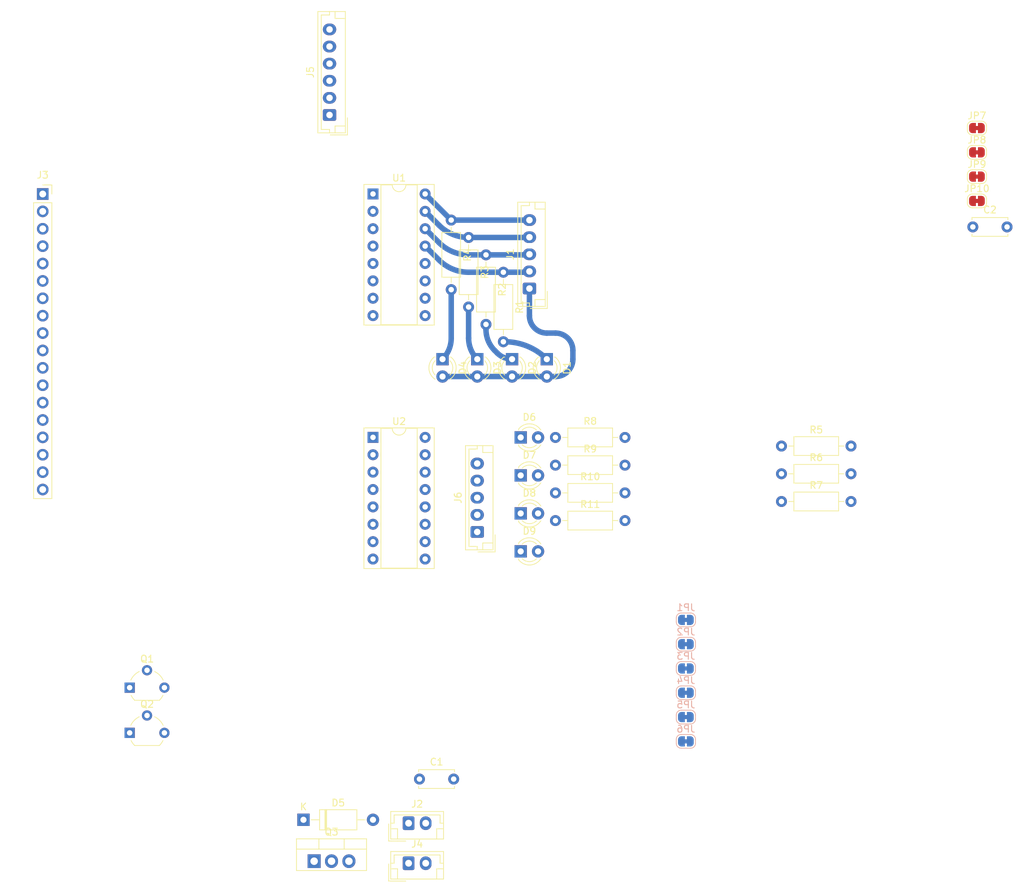
<source format=kicad_pcb>
(kicad_pcb (version 20221018) (generator pcbnew)
  (layers (0 "F.Cu" signal) (31 "B.Cu" signal) (34 "B.Paste" user) (35 "F.Paste" user) (36 "B.SilkS" user "B.Silkscreen") (37 "F.SilkS" user "F.Silkscreen") (38 "B.Mask" user) (39 "F.Mask" user) (44 "Edge.Cuts" user))
  (net 0 "")
  (net 1 "+12V")
  (net 2 "GND")
  (net 3 "Net-(D1-K)")
  (net 4 "Net-(D1-A)")
  (net 5 "Net-(D2-K)")
  (net 6 "Net-(D3-K)")
  (net 7 "Net-(D4-K)")
  (net 8 "Net-(D5-K)")
  (net 9 "Net-(D5-A)")
  (net 10 "Net-(J2-Pin_1)")
  (net 11 "Net-(J2-Pin_2)")
  (net 12 "+5V")
  (net 13 "Net-(J3-Pin_2)")
  (net 14 "Net-(J3-Pin_3)")
  (net 15 "Net-(J3-Pin_4)")
  (net 16 "Net-(J3-Pin_5)")
  (net 17 "Net-(J3-Pin_6)")
  (net 18 "Net-(J3-Pin_8)")
  (net 19 "Net-(J3-Pin_9)")
  (net 20 "Net-(J3-Pin_10)")
  (net 21 "Net-(J3-Pin_11)")
  (net 22 "Net-(JP1-B)")
  (net 23 "Net-(Q1-B)")
  (net 24 "Net-(Q2-B)")
  (net 31 "Net-(D6-K)")
  (net 32 "Net-(D6-A)")
  (net 33 "Net-(D7-K)")
  (net 34 "Net-(D8-K)")
  (net 35 "Net-(D9-K)")
  (net 36 "Net-(J3-Pin_7)")
  (net 37 "Net-(J3-Pin_12)")
  (net 38 "Net-(J3-Pin_13)")
  (net 39 "Net-(J3-Pin_14)")
  (net 40 "Net-(J3-Pin_16)")
  (net 48 "Net-(J1-Pin_2)")
  (net 49 "Net-(J1-Pin_3)")
  (net 50 "Net-(J1-Pin_4)")
  (net 51 "Net-(J1-Pin_5)")
  (net 52 "Net-(J6-Pin_5)")
  (net 53 "Net-(J6-Pin_4)")
  (net 54 "Net-(J6-Pin_3)")
  (net 55 "Net-(J6-Pin_2)")
  (footprint "Package_TO_SOT_THT:TO-92_Wide" (layer "F.Cu") (at 115.57 157.22)
    (fp_text reference "Q1" (at 2.55 -4.19) (layer "F.SilkS"))
    (fp_text value "NPN")
    (pad "1" thru_hole rect (at 0 0) (size 1.5 1.5) (drill 0.8) (layers "*.Cu" "*.Mask") (net 10 "Net-(J2-Pin_1)"))
    (pad "2" thru_hole circle (at 2.54 -2.54) (size 1.5 1.5) (drill 0.8) (layers "*.Cu" "*.Mask") (net 23 "Net-(Q1-B)"))
    (pad "3" thru_hole circle (at 5.08 0) (size 1.5 1.5) (drill 0.8) (layers "*.Cu" "*.Mask") (net 2 "GND"))
  )
  (footprint "Connector_JST:JST_EH_B2B-EH-A_1x02_P2.50mm_Vertical" (layer "F.Cu") (at 156.33 182.88)
    (fp_text reference "J4" (at 1.25 -2.8) (layer "F.SilkS"))
    (fp_text value "Solinoid")
    (pad "1" thru_hole roundrect (at 0 0) (size 1.7 2) (drill 1) (layers "*.Cu" "*.Mask") (roundrect_rratio 0.147059) (net 9 "Net-(D5-A)"))
    (pad "2" thru_hole oval (at 2.5 0) (size 1.7 2) (drill 1) (layers "*.Cu" "*.Mask") (net 8 "Net-(D5-K)"))
  )
  (footprint "Resistor_THT:R_Axial_DIN0207_L6.3mm_D2.5mm_P10.16mm_Horizontal" (layer "F.Cu") (at 177.79 128.76)
    (fp_text reference "R10" (at 5.08 -2.37) (layer "F.SilkS"))
    (fp_text value "R")
    (pad "1" thru_hole circle (at 0 0) (size 1.6 1.6) (drill 0.8) (layers "*.Cu" "*.Mask") (net 54 "Net-(J6-Pin_3)"))
    (pad "2" thru_hole oval (at 10.16 0) (size 1.6 1.6) (drill 0.8) (layers "*.Cu" "*.Mask") (net 34 "Net-(D8-K)"))
  )
  (footprint "Jumper:SolderJumper-2_P1.3mm_Bridged_RoundedPad1.0x1.5mm" (layer "F.Cu") (at 239.38 79)
    (fp_text reference "JP8" (at 0 -1.8) (layer "F.SilkS"))
    (fp_text value "Jumper_2_Bridged")
    (fp_poly (pts (xy 0.25 -0.3) (xy -0.25 -0.3) (xy -0.25 0.3) (xy 0.25 0.3)) (fill solid) (layer "F.Cu"))
    (pad "1" smd custom (at -0.65 0) (size 1 0.5) (layers "F.Cu" "F.Mask") (net 32 "Net-(D6-A)") (options (clearance outline) (anchor rect)) (primitives (gr_circle (center 0 0.25) (end 0.5 0.25) (width 0) (fill yes)) (gr_circle (center 0 -0.25) (end 0.5 -0.25) (width 0) (fill yes)) (gr_poly (pts (xy 0.5 0.75) (xy 0 0.75) (xy 0 -0.75) (xy 0.5 -0.75)) (width 0) (fill yes))))
    (pad "2" smd custom (at 0.65 0) (size 1 0.5) (layers "F.Cu" "F.Mask") (net 12 "+5V") (options (clearance outline) (anchor rect)) (primitives (gr_circle (center 0 0.25) (end 0.5 0.25) (width 0) (fill yes)) (gr_circle (center 0 -0.25) (end 0.5 -0.25) (width 0) (fill yes)) (gr_poly (pts (xy 0 0.75) (xy -0.5 0.75) (xy -0.5 -0.75) (xy 0 -0.75)) (width 0) (fill yes))))
  )
  (footprint "Resistor_THT:R_Axial_DIN0207_L6.3mm_D2.5mm_P10.16mm_Horizontal" (layer "F.Cu") (at 210.82 130.02)
    (fp_text reference "R7" (at 5.08 -2.37) (layer "F.SilkS"))
    (fp_text value "R")
    (pad "1" thru_hole circle (at 0 0) (size 1.6 1.6) (drill 0.8) (layers "*.Cu" "*.Mask") (net 24 "Net-(Q2-B)"))
    (pad "2" thru_hole oval (at 10.16 0) (size 1.6 1.6) (drill 0.8) (layers "*.Cu" "*.Mask") (net 40 "Net-(J3-Pin_16)"))
  )
  (footprint "LED_THT:LED_D3.0mm" (layer "F.Cu") (at 166.37 109.22 -90)
    (fp_text reference "D3" (at 1.27 -2.96 90) (layer "F.SilkS"))
    (fp_text value "LED")
    (pad "1" thru_hole rect (at 0 0 270) (size 1.8 1.8) (drill 0.9) (layers "*.Cu" "*.Mask") (net 6 "Net-(D3-K)"))
    (pad "2" thru_hole circle (at 2.54 0 270) (size 1.8 1.8) (drill 0.9) (layers "*.Cu" "*.Mask") (net 4 "Net-(D1-A)"))
  )
  (footprint "LED_THT:LED_D3.0mm" (layer "F.Cu") (at 172.71 126.21)
    (fp_text reference "D7" (at 1.27 -2.96) (layer "F.SilkS"))
    (fp_text value "LED")
    (pad "1" thru_hole rect (at 0 0) (size 1.8 1.8) (drill 0.9) (layers "*.Cu" "*.Mask") (net 33 "Net-(D7-K)"))
    (pad "2" thru_hole circle (at 2.54 0) (size 1.8 1.8) (drill 0.9) (layers "*.Cu" "*.Mask") (net 32 "Net-(D6-A)"))
  )
  (footprint "Connector_JST:JST_EH_B2B-EH-A_1x02_P2.50mm_Vertical" (layer "F.Cu") (at 156.33 177.03)
    (fp_text reference "J2" (at 1.25 -2.8) (layer "F.SilkS"))
    (fp_text value "Laser")
    (pad "1" thru_hole roundrect (at 0 0) (size 1.7 2) (drill 1) (layers "*.Cu" "*.Mask") (roundrect_rratio 0.147059) (net 10 "Net-(J2-Pin_1)"))
    (pad "2" thru_hole oval (at 2.5 0) (size 1.7 2) (drill 1) (layers "*.Cu" "*.Mask") (net 11 "Net-(J2-Pin_2)"))
  )
  (footprint "Resistor_THT:R_Axial_DIN0207_L6.3mm_D2.5mm_P10.16mm_Horizontal" (layer "F.Cu") (at 165.1 91.44 -90)
    (fp_text reference "R3" (at 5.08 -2.37 90) (layer "F.SilkS"))
    (fp_text value "R")
    (pad "1" thru_hole circle (at 0 0 270) (size 1.6 1.6) (drill 0.8) (layers "*.Cu" "*.Mask") (net 50 "Net-(J1-Pin_4)"))
    (pad "2" thru_hole oval (at 10.16 0 270) (size 1.6 1.6) (drill 0.8) (layers "*.Cu" "*.Mask") (net 6 "Net-(D3-K)"))
  )
  (footprint "Package_TO_SOT_THT:TO-220-3_Vertical" (layer "F.Cu") (at 142.53 182.58)
    (fp_text reference "Q3" (at 2.54 -4.27) (layer "F.SilkS"))
    (fp_text value "Q_NMOS_GDS")
    (pad "1" thru_hole rect (at 0 0) (size 1.905 2) (drill 1.1) (layers "*.Cu" "*.Mask") (net 24 "Net-(Q2-B)"))
    (pad "2" thru_hole oval (at 2.54 0) (size 1.905 2) (drill 1.1) (layers "*.Cu" "*.Mask") (net 9 "Net-(D5-A)"))
    (pad "3" thru_hole oval (at 5.08 0) (size 1.905 2) (drill 1.1) (layers "*.Cu" "*.Mask") (net 2 "GND"))
  )
  (footprint "Capacitor_THT:C_Disc_D5.0mm_W2.5mm_P5.00mm" (layer "F.Cu") (at 157.92 170.58)
    (fp_text reference "C1" (at 2.5 -2.5) (layer "F.SilkS"))
    (fp_text value "10n")
    (pad "1" thru_hole circle (at 0 0) (size 1.6 1.6) (drill 0.8) (layers "*.Cu" "*.Mask") (net 4 "Net-(D1-A)"))
    (pad "2" thru_hole circle (at 5 0) (size 1.6 1.6) (drill 0.8) (layers "*.Cu" "*.Mask") (net 2 "GND"))
  )
  (footprint "LED_THT:LED_D3.0mm" (layer "F.Cu") (at 172.71 131.76)
    (fp_text reference "D8" (at 1.27 -2.96) (layer "F.SilkS"))
    (fp_text value "LED")
    (pad "1" thru_hole rect (at 0 0) (size 1.8 1.8) (drill 0.9) (layers "*.Cu" "*.Mask") (net 34 "Net-(D8-K)"))
    (pad "2" thru_hole circle (at 2.54 0) (size 1.8 1.8) (drill 0.9) (layers "*.Cu" "*.Mask") (net 32 "Net-(D6-A)"))
  )
  (footprint "Resistor_THT:R_Axial_DIN0207_L6.3mm_D2.5mm_P10.16mm_Horizontal" (layer "F.Cu") (at 177.79 132.81)
    (fp_text reference "R11" (at 5.08 -2.37) (layer "F.SilkS"))
    (fp_text value "R")
    (pad "1" thru_hole circle (at 0 0) (size 1.6 1.6) (drill 0.8) (layers "*.Cu" "*.Mask") (net 55 "Net-(J6-Pin_2)"))
    (pad "2" thru_hole oval (at 10.16 0) (size 1.6 1.6) (drill 0.8) (layers "*.Cu" "*.Mask") (net 35 "Net-(D9-K)"))
  )
  (footprint "Resistor_THT:R_Axial_DIN0207_L6.3mm_D2.5mm_P10.16mm_Horizontal" (layer "F.Cu") (at 210.82 121.92)
    (fp_text reference "R5" (at 5.08 -2.37) (layer "F.SilkS"))
    (fp_text value "R")
    (pad "1" thru_hole circle (at 0 0) (size 1.6 1.6) (drill 0.8) (layers "*.Cu" "*.Mask") (net 11 "Net-(J2-Pin_2)"))
    (pad "2" thru_hole oval (at 10.16 0) (size 1.6 1.6) (drill 0.8) (layers "*.Cu" "*.Mask") (net 22 "Net-(JP1-B)"))
  )
  (footprint "Connector_JST:JST_EH_B5B-EH-A_1x05_P2.50mm_Vertical" (layer "F.Cu") (at 166.36 134.47 90)
    (fp_text reference "J6" (at 5 -2.8 90) (layer "F.SilkS"))
    (fp_text value "Stepper_Motor")
    (pad "1" thru_hole roundrect (at 0 0 90) (size 1.7 1.95) (drill 0.95) (layers "*.Cu" "*.Mask") (roundrect_rratio 0.147059) (net 32 "Net-(D6-A)"))
    (pad "2" thru_hole oval (at 2.5 0 90) (size 1.7 1.95) (drill 0.95) (layers "*.Cu" "*.Mask") (net 55 "Net-(J6-Pin_2)"))
    (pad "3" thru_hole oval (at 5 0 90) (size 1.7 1.95) (drill 0.95) (layers "*.Cu" "*.Mask") (net 54 "Net-(J6-Pin_3)"))
    (pad "4" thru_hole oval (at 7.5 0 90) (size 1.7 1.95) (drill 0.95) (layers "*.Cu" "*.Mask") (net 53 "Net-(J6-Pin_4)"))
    (pad "5" thru_hole oval (at 10 0 90) (size 1.7 1.95) (drill 0.95) (layers "*.Cu" "*.Mask") (net 52 "Net-(J6-Pin_5)"))
  )
  (footprint "Resistor_THT:R_Axial_DIN0207_L6.3mm_D2.5mm_P10.16mm_Horizontal" (layer "F.Cu") (at 162.56 88.9 -90)
    (fp_text reference "R4" (at 5.08 -2.37 90) (layer "F.SilkS"))
    (fp_text value "R")
    (pad "1" thru_hole circle (at 0 0 270) (size 1.6 1.6) (drill 0.8) (layers "*.Cu" "*.Mask") (net 51 "Net-(J1-Pin_5)"))
    (pad "2" thru_hole oval (at 10.16 0 270) (size 1.6 1.6) (drill 0.8) (layers "*.Cu" "*.Mask") (net 7 "Net-(D4-K)"))
  )
  (footprint "Connector_JST:JST_EH_B6B-EH-A_1x06_P2.50mm_Vertical" (layer "F.Cu") (at 144.78 73.54 90)
    (fp_text reference "J5" (at 6.25 -2.8 90) (layer "F.SilkS"))
    (fp_text value "TOF_Sensor")
    (pad "1" thru_hole roundrect (at 0 0 90) (size 1.7 1.95) (drill 0.95) (layers "*.Cu" "*.Mask") (roundrect_rratio 0.147059) (net 16 "Net-(J3-Pin_5)"))
    (pad "2" thru_hole oval (at 2.5 0 90) (size 1.7 1.95) (drill 0.95) (layers "*.Cu" "*.Mask") (net 15 "Net-(J3-Pin_4)"))
    (pad "3" thru_hole oval (at 5 0 90) (size 1.7 1.95) (drill 0.95) (layers "*.Cu" "*.Mask") (net 14 "Net-(J3-Pin_3)"))
    (pad "4" thru_hole oval (at 7.5 0 90) (size 1.7 1.95) (drill 0.95) (layers "*.Cu" "*.Mask") (net 13 "Net-(J3-Pin_2)"))
    (pad "5" thru_hole oval (at 10 0 90) (size 1.7 1.95) (drill 0.95) (layers "*.Cu" "*.Mask") (net 2 "GND"))
    (pad "6" thru_hole oval (at 12.5 0 90) (size 1.7 1.95) (drill 0.95) (layers "*.Cu" "*.Mask") (net 12 "+5V"))
  )
  (footprint "Jumper:SolderJumper-2_P1.3mm_Bridged_RoundedPad1.0x1.5mm" (layer "F.Cu") (at 239.38 86.1)
    (fp_text reference "JP10" (at 0 -1.8) (layer "F.SilkS"))
    (fp_text value "Jumper_2_Bridged")
    (fp_poly (pts (xy 0.25 -0.3) (xy -0.25 -0.3) (xy -0.25 0.3) (xy 0.25 0.3)) (fill solid) (layer "F.Cu"))
    (pad "1" smd custom (at -0.65 0) (size 1 0.5) (layers "F.Cu" "F.Mask") (net 4 "Net-(D1-A)") (options (clearance outline) (anchor rect)) (primitives (gr_circle (center 0 0.25) (end 0.5 0.25) (width 0) (fill yes)) (gr_circle (center 0 -0.25) (end 0.5 -0.25) (width 0) (fill yes)) (gr_poly (pts (xy 0.5 0.75) (xy 0 0.75) (xy 0 -0.75) (xy 0.5 -0.75)) (width 0) (fill yes))))
    (pad "2" smd custom (at 0.65 0) (size 1 0.5) (layers "F.Cu" "F.Mask") (net 12 "+5V") (options (clearance outline) (anchor rect)) (primitives (gr_circle (center 0 0.25) (end 0.5 0.25) (width 0) (fill yes)) (gr_circle (center 0 -0.25) (end 0.5 -0.25) (width 0) (fill yes)) (gr_poly (pts (xy 0 0.75) (xy -0.5 0.75) (xy -0.5 -0.75) (xy 0 -0.75)) (width 0) (fill yes))))
  )
  (footprint "LED_THT:LED_D3.0mm" (layer "F.Cu") (at 172.71 120.66)
    (fp_text reference "D6" (at 1.27 -2.96) (layer "F.SilkS"))
    (fp_text value "LED")
    (pad "1" thru_hole rect (at 0 0) (size 1.8 1.8) (drill 0.9) (layers "*.Cu" "*.Mask") (net 31 "Net-(D6-K)"))
    (pad "2" thru_hole circle (at 2.54 0) (size 1.8 1.8) (drill 0.9) (layers "*.Cu" "*.Mask") (net 32 "Net-(D6-A)"))
  )
  (footprint "Resistor_THT:R_Axial_DIN0207_L6.3mm_D2.5mm_P10.16mm_Horizontal" (layer "F.Cu") (at 170.18 96.52 -90)
    (fp_text reference "R1" (at 5.08 -2.37 90) (layer "F.SilkS"))
    (fp_text value "R")
    (pad "1" thru_hole circle (at 0 0 270) (size 1.6 1.6) (drill 0.8) (layers "*.Cu" "*.Mask") (net 48 "Net-(J1-Pin_2)"))
    (pad "2" thru_hole oval (at 10.16 0 270) (size 1.6 1.6) (drill 0.8) (layers "*.Cu" "*.Mask") (net 3 "Net-(D1-K)"))
  )
  (footprint "Package_TO_SOT_THT:TO-92_Wide" (layer "F.Cu") (at 115.57 163.83)
    (fp_text reference "Q2" (at 2.55 -4.19) (layer "F.SilkS"))
    (fp_text value "NPN")
    (pad "1" thru_hole rect (at 0 0) (size 1.5 1.5) (drill 0.8) (layers "*.Cu" "*.Mask") (net 9 "Net-(D5-A)"))
    (pad "2" thru_hole circle (at 2.54 -2.54) (size 1.5 1.5) (drill 0.8) (layers "*.Cu" "*.Mask") (net 24 "Net-(Q2-B)"))
    (pad "3" thru_hole circle (at 5.08 0) (size 1.5 1.5) (drill 0.8) (layers "*.Cu" "*.Mask") (net 2 "GND"))
  )
  (footprint "Connector_JST:JST_EH_B5B-EH-A_1x05_P2.50mm_Vertical" (layer "F.Cu") (at 173.99 98.9 90)
    (fp_text reference "J1" (at 5 -2.8 90) (layer "F.SilkS"))
    (fp_text value "Stepper_Motor")
    (pad "1" thru_hole roundrect (at 0 0 90) (size 1.7 1.95) (drill 0.95) (layers "*.Cu" "*.Mask") (roundrect_rratio 0.147059) (net 4 "Net-(D1-A)"))
    (pad "2" thru_hole oval (at 2.5 0 90) (size 1.7 1.95) (drill 0.95) (layers "*.Cu" "*.Mask") (net 48 "Net-(J1-Pin_2)"))
    (pad "3" thru_hole oval (at 5 0 90) (size 1.7 1.95) (drill 0.95) (layers "*.Cu" "*.Mask") (net 49 "Net-(J1-Pin_3)"))
    (pad "4" thru_hole oval (at 7.5 0 90) (size 1.7 1.95) (drill 0.95) (layers "*.Cu" "*.Mask") (net 50 "Net-(J1-Pin_4)"))
    (pad "5" thru_hole oval (at 10 0 90) (size 1.7 1.95) (drill 0.95) (layers "*.Cu" "*.Mask") (net 51 "Net-(J1-Pin_5)"))
  )
  (footprint "LED_THT:LED_D3.0mm" (layer "F.Cu") (at 171.45 109.22 -90)
    (fp_text reference "D2" (at 1.27 -2.96 90) (layer "F.SilkS"))
    (fp_text value "LED")
    (pad "1" thru_hole rect (at 0 0 270) (size 1.8 1.8) (drill 0.9) (layers "*.Cu" "*.Mask") (net 5 "Net-(D2-K)"))
    (pad "2" thru_hole circle (at 2.54 0 270) (size 1.8 1.8) (drill 0.9) (layers "*.Cu" "*.Mask") (net 4 "Net-(D1-A)"))
  )
  (footprint "Resistor_THT:R_Axial_DIN0207_L6.3mm_D2.5mm_P10.16mm_Horizontal" (layer "F.Cu") (at 177.79 124.71)
    (fp_text reference "R9" (at 5.08 -2.37) (layer "F.SilkS"))
    (fp_text value "R")
    (pad "1" thru_hole circle (at 0 0) (size 1.6 1.6) (drill 0.8) (layers "*.Cu" "*.Mask") (net 53 "Net-(J6-Pin_4)"))
    (pad "2" thru_hole oval (at 10.16 0) (size 1.6 1.6) (drill 0.8) (layers "*.Cu" "*.Mask") (net 33 "Net-(D7-K)"))
  )
  (footprint "Resistor_THT:R_Axial_DIN0207_L6.3mm_D2.5mm_P10.16mm_Horizontal" (layer "F.Cu") (at 167.64 93.98 -90)
    (fp_text reference "R2" (at 5.08 -2.37 90) (layer "F.SilkS"))
    (fp_text value "R")
    (pad "1" thru_hole circle (at 0 0 270) (size 1.6 1.6) (drill 0.8) (layers "*.Cu" "*.Mask") (net 49 "Net-(J1-Pin_3)"))
    (pad "2" thru_hole oval (at 10.16 0 270) (size 1.6 1.6) (drill 0.8) (layers "*.Cu" "*.Mask") (net 5 "Net-(D2-K)"))
  )
  (footprint "LED_THT:LED_D3.0mm" (layer "F.Cu") (at 161.29 109.22 -90)
    (fp_text reference "D4" (at 1.27 -2.96 90) (layer "F.SilkS"))
    (fp_text value "LED")
    (pad "1" thru_hole rect (at 0 0 270) (size 1.8 1.8) (drill 0.9) (layers "*.Cu" "*.Mask") (net 7 "Net-(D4-K)"))
    (pad "2" thru_hole circle (at 2.54 0 270) (size 1.8 1.8) (drill 0.9) (layers "*.Cu" "*.Mask") (net 4 "Net-(D1-A)"))
  )
  (footprint "LED_THT:LED_D3.0mm" (layer "F.Cu") (at 172.71 137.31)
    (fp_text reference "D9" (at 1.27 -2.96) (layer "F.SilkS"))
    (fp_text value "LED")
    (pad "1" thru_hole rect (at 0 0) (size 1.8 1.8) (drill 0.9) (layers "*.Cu" "*.Mask") (net 35 "Net-(D9-K)"))
    (pad "2" thru_hole circle (at 2.54 0) (size 1.8 1.8) (drill 0.9) (layers "*.Cu" "*.Mask") (net 32 "Net-(D6-A)"))
  )
  (footprint "Diode_THT:D_A-405_P10.16mm_Horizontal" (layer "F.Cu") (at 140.97 176.53)
    (fp_text reference "D5" (at 5.08 -2.47) (layer "F.SilkS"))
    (fp_text value "D")
    (fp_text user "K" (at 0 -1.9) (layer "F.SilkS"))
    (pad "1" thru_hole rect (at 0 0) (size 1.8 1.8) (drill 0.9) (layers "*.Cu" "*.Mask") (net 8 "Net-(D5-K)"))
    (pad "2" thru_hole oval (at 10.16 0) (size 1.8 1.8) (drill 0.9) (layers "*.Cu" "*.Mask") (net 9 "Net-(D5-A)"))
  )
  (footprint "Package_DIP:DIP-16_W7.62mm_Socket" (layer "F.Cu") (at 151.13 120.65)
    (fp_text reference "U2" (at 3.81 -2.33) (layer "F.SilkS"))
    (fp_text value "ULN2003A")
    (pad "1" thru_hole rect (at 0 0) (size 1.6 1.6) (drill 0.8) (layers "*.Cu" "*.Mask") (net 21 "Net-(J3-Pin_11)"))
    (pad "2" thru_hole oval (at 0 2.54) (size 1.6 1.6) (drill 0.8) (layers "*.Cu" "*.Mask") (net 37 "Net-(J3-Pin_12)"))
    (pad "3" thru_hole oval (at 0 5.08) (size 1.6 1.6) (drill 0.8) (layers "*.Cu" "*.Mask") (net 38 "Net-(J3-Pin_13)"))
    (pad "4" thru_hole oval (at 0 7.62) (size 1.6 1.6) (drill 0.8) (layers "*.Cu" "*.Mask") (net 39 "Net-(J3-Pin_14)"))
    (pad "5" thru_hole oval (at 0 10.16) (size 1.6 1.6) (drill 0.8) (layers "*.Cu" "*.Mask"))
    (pad "6" thru_hole oval (at 0 12.7) (size 1.6 1.6) (drill 0.8) (layers "*.Cu" "*.Mask"))
    (pad "7" thru_hole oval (at 0 15.24) (size 1.6 1.6) (drill 0.8) (layers "*.Cu" "*.Mask"))
    (pad "8" thru_hole oval (at 0 17.78) (size 1.6 1.6) (drill 0.8) (layers "*.Cu" "*.Mask") (net 2 "GND"))
    (pad "9" thru_hole oval (at 7.62 17.78) (size 1.6 1.6) (drill 0.8) (layers "*.Cu" "*.Mask") (net 32 "Net-(D6-A)"))
    (pad "10" thru_hole oval (at 7.62 15.24) (size 1.6 1.6) (drill 0.8) (layers "*.Cu" "*.Mask"))
    (pad "11" thru_hole oval (at 7.62 12.7) (size 1.6 1.6) (drill 0.8) (layers "*.Cu" "*.Mask"))
    (pad "12" thru_hole oval (at 7.62 10.16) (size 1.6 1.6) (drill 0.8) (layers "*.Cu" "*.Mask"))
    (pad "13" thru_hole oval (at 7.62 7.62) (size 1.6 1.6) (drill 0.8) (layers "*.Cu" "*.Mask") (net 55 "Net-(J6-Pin_2)"))
    (pad "14" thru_hole oval (at 7.62 5.08) (size 1.6 1.6) (drill 0.8) (layers "*.Cu" "*.Mask") (net 54 "Net-(J6-Pin_3)"))
    (pad "15" thru_hole oval (at 7.62 2.54) (size 1.6 1.6) (drill 0.8) (layers "*.Cu" "*.Mask") (net 53 "Net-(J6-Pin_4)"))
    (pad "16" thru_hole oval (at 7.62 0) (size 1.6 1.6) (drill 0.8) (layers "*.Cu" "*.Mask") (net 52 "Net-(J6-Pin_5)"))
  )
  (footprint "Resistor_THT:R_Axial_DIN0207_L6.3mm_D2.5mm_P10.16mm_Horizontal" (layer "F.Cu") (at 177.79 120.66)
    (fp_text reference "R8" (at 5.08 -2.37) (layer "F.SilkS"))
    (fp_text value "R")
    (pad "1" thru_hole circle (at 0 0) (size 1.6 1.6) (drill 0.8) (layers "*.Cu" "*.Mask") (net 52 "Net-(J6-Pin_5)"))
    (pad "2" thru_hole oval (at 10.16 0) (size 1.6 1.6) (drill 0.8) (layers "*.Cu" "*.Mask") (net 31 "Net-(D6-K)"))
  )
  (footprint "Jumper:SolderJumper-2_P1.3mm_Bridged_RoundedPad1.0x1.5mm" (layer "F.Cu") (at 239.38 82.55)
    (fp_text reference "JP9" (at 0 -1.8) (layer "F.SilkS"))
    (fp_text value "Jumper_2_Bridged")
    (fp_poly (pts (xy 0.25 -0.3) (xy -0.25 -0.3) (xy -0.25 0.3) (xy 0.25 0.3)) (fill solid) (layer "F.Cu"))
    (pad "1" smd custom (at -0.65 0) (size 1 0.5) (layers "F.Cu" "F.Mask") (net 1 "+12V") (options (clearance outline) (anchor rect)) (primitives (gr_circle (center 0 0.25) (end 0.5 0.25) (width 0) (fill yes)) (gr_circle (center 0 -0.25) (end 0.5 -0.25) (width 0) (fill yes)) (gr_poly (pts (xy 0.5 0.75) (xy 0 0.75) (xy 0 -0.75) (xy 0.5 -0.75)) (width 0) (fill yes))))
    (pad "2" smd custom (at 0.65 0) (size 1 0.5) (layers "F.Cu" "F.Mask") (net 4 "Net-(D1-A)") (options (clearance outline) (anchor rect)) (primitives (gr_circle (center 0 0.25) (end 0.5 0.25) (width 0) (fill yes)) (gr_circle (center 0 -0.25) (end 0.5 -0.25) (width 0) (fill yes)) (gr_poly (pts (xy 0 0.75) (xy -0.5 0.75) (xy -0.5 -0.75) (xy 0 -0.75)) (width 0) (fill yes))))
  )
  (footprint "Jumper:SolderJumper-2_P1.3mm_Bridged_RoundedPad1.0x1.5mm" (layer "F.Cu") (at 239.38 75.45)
    (fp_text reference "JP7" (at 0 -1.8) (layer "F.SilkS"))
    (fp_text value "Jumper_2_Bridged")
    (fp_poly (pts (xy 0.25 -0.3) (xy -0.25 -0.3) (xy -0.25 0.3) (xy 0.25 0.3)) (fill solid) (layer "F.Cu"))
    (pad "1" smd custom (at -0.65 0) (size 1 0.5) (layers "F.Cu" "F.Mask") (net 1 "+12V") (options (clearance outline) (anchor rect)) (primitives (gr_circle (center 0 0.25) (end 0.5 0.25) (width 0) (fill yes)) (gr_circle (center 0 -0.25) (end 0.5 -0.25) (width 0) (fill yes)) (gr_poly (pts (xy 0.5 0.75) (xy 0 0.75) (xy 0 -0.75) (xy 0.5 -0.75)) (width 0) (fill yes))))
    (pad "2" smd custom (at 0.65 0) (size 1 0.5) (layers "F.Cu" "F.Mask") (net 32 "Net-(D6-A)") (options (clearance outline) (anchor rect)) (primitives (gr_circle (center 0 0.25) (end 0.5 0.25) (width 0) (fill yes)) (gr_circle (center 0 -0.25) (end 0.5 -0.25) (width 0) (fill yes)) (gr_poly (pts (xy 0 0.75) (xy -0.5 0.75) (xy -0.5 -0.75) (xy 0 -0.75)) (width 0) (fill yes))))
  )
  (footprint "Resistor_THT:R_Axial_DIN0207_L6.3mm_D2.5mm_P10.16mm_Horizontal" (layer "F.Cu") (at 210.82 125.97)
    (fp_text reference "R6" (at 5.08 -2.37) (layer "F.SilkS"))
    (fp_text value "R")
    (pad "1" thru_hole circle (at 0 0) (size 1.6 1.6) (drill 0.8) (layers "*.Cu" "*.Mask") (net 23 "Net-(Q1-B)"))
    (pad "2" thru_hole oval (at 10.16 0) (size 1.6 1.6) (drill 0.8) (layers "*.Cu" "*.Mask") (net 17 "Net-(J3-Pin_6)"))
  )
  (footprint "Capacitor_THT:C_Disc_D5.0mm_W2.5mm_P5.00mm" (layer "F.Cu") (at 238.78 89.9)
    (fp_text reference "C2" (at 2.5 -2.5) (layer "F.SilkS"))
    (fp_text value "10n")
    (pad "1" thru_hole circle (at 0 0) (size 1.6 1.6) (drill 0.8) (layers "*.Cu" "*.Mask") (net 32 "Net-(D6-A)"))
    (pad "2" thru_hole circle (at 5 0) (size 1.6 1.6) (drill 0.8) (layers "*.Cu" "*.Mask") (net 2 "GND"))
  )
  (footprint "Package_DIP:DIP-16_W7.62mm_Socket" (layer "F.Cu") (at 151.13 85.08)
    (fp_text reference "U1" (at 3.81 -2.33) (layer "F.SilkS"))
    (fp_text value "ULN2003A")
    (pad "1" thru_hole rect (at 0 0) (size 1.6 1.6) (drill 0.8) (layers "*.Cu" "*.Mask") (net 36 "Net-(J3-Pin_7)"))
    (pad "2" thru_hole oval (at 0 2.54) (size 1.6 1.6) (drill 0.8) (layers "*.Cu" "*.Mask") (net 18 "Net-(J3-Pin_8)"))
    (pad "3" thru_hole oval (at 0 5.08) (size 1.6 1.6) (drill 0.8) (layers "*.Cu" "*.Mask") (net 19 "Net-(J3-Pin_9)"))
    (pad "4" thru_hole oval (at 0 7.62) (size 1.6 1.6) (drill 0.8) (layers "*.Cu" "*.Mask") (net 20 "Net-(J3-Pin_10)"))
    (pad "5" thru_hole oval (at 0 10.16) (size 1.6 1.6) (drill 0.8) (layers "*.Cu" "*.Mask"))
    (pad "6" thru_hole oval (at 0 12.7) (size 1.6 1.6) (drill 0.8) (layers "*.Cu" "*.Mask"))
    (pad "7" thru_hole oval (at 0 15.24) (size 1.6 1.6) (drill 0.8) (layers "*.Cu" "*.Mask"))
    (pad "8" thru_hole oval (at 0 17.78) (size 1.6 1.6) (drill 0.8) (layers "*.Cu" "*.Mask") (net 2 "GND"))
    (pad "9" thru_hole oval (at 7.62 17.78) (size 1.6 1.6) (drill 0.8) (layers "*.Cu" "*.Mask") (net 4 "Net-(D1-A)"))
    (pad "10" thru_hole oval (at 7.62 15.24) (size 1.6 1.6) (drill 0.8) (layers "*.Cu" "*.Mask"))
    (pad "11" thru_hole oval (at 7.62 12.7) (size 1.6 1.6) (drill 0.8) (layers "*.Cu" "*.Mask"))
    (pad "12" thru_hole oval (at 7.62 10.16) (size 1.6 1.6) (drill 0.8) (layers "*.Cu" "*.Mask"))
    (pad "13" thru_hole oval (at 7.62 7.62) (size 1.6 1.6) (drill 0.8) (layers "*.Cu" "*.Mask") (net 48 "Net-(J1-Pin_2)"))
    (pad "14" thru_hole oval (at 7.62 5.08) (size 1.6 1.6) (drill 0.8) (layers "*.Cu" "*.Mask") (net 49 "Net-(J1-Pin_3)"))
    (pad "15" thru_hole oval (at 7.62 2.54) (size 1.6 1.6) (drill 0.8) (layers "*.Cu" "*.Mask") (net 50 "Net-(J1-Pin_4)"))
    (pad "16" thru_hole oval (at 7.62 0) (size 1.6 1.6) (drill 0.8) (layers "*.Cu" "*.Mask") (net 51 "Net-(J1-Pin_5)"))
  )
  (footprint "LED_THT:LED_D3.0mm" (layer "F.Cu") (at 176.53 109.22 -90)
    (fp_text reference "D1" (at 1.27 -2.96 90) (layer "F.SilkS"))
    (fp_text value "LED")
    (pad "1" thru_hole rect (at 0 0 270) (size 1.8 1.8) (drill 0.9) (layers "*.Cu" "*.Mask") (net 3 "Net-(D1-K)"))
    (pad "2" thru_hole circle (at 2.54 0 270) (size 1.8 1.8) (drill 0.9) (layers "*.Cu" "*.Mask") (net 4 "Net-(D1-A)"))
  )
  (footprint "Connector_PinSocket_2.54mm:PinSocket_1x18_P2.54mm_Vertical" (layer "F.Cu") (at 102.87 85.09)
    (fp_text reference "J3" (at 0 -2.77) (layer "F.SilkS"))
    (fp_text value "Conn_01x18_Pin")
    (pad "1" thru_hole rect (at 0 0) (size 1.7 1.7) (drill 1) (layers "*.Cu" "*.Mask") (net 12 "+5V"))
    (pad "2" thru_hole oval (at 0 2.54) (size 1.7 1.7) (drill 1) (layers "*.Cu" "*.Mask") (net 13 "Net-(J3-Pin_2)"))
    (pad "3" thru_hole oval (at 0 5.08) (size 1.7 1.7) (drill 1) (layers "*.Cu" "*.Mask") (net 14 "Net-(J3-Pin_3)"))
    (pad "4" thru_hole oval (at 0 7.62) (size 1.7 1.7) (drill 1) (layers "*.Cu" "*.Mask") (net 15 "Net-(J3-Pin_4)"))
    (pad "5" thru_hole oval (at 0 10.16) (size 1.7 1.7) (drill 1) (layers "*.Cu" "*.Mask") (net 16 "Net-(J3-Pin_5)"))
    (pad "6" thru_hole oval (at 0 12.7) (size 1.7 1.7) (drill 1) (layers "*.Cu" "*.Mask") (net 17 "Net-(J3-Pin_6)"))
    (pad "7" thru_hole oval (at 0 15.24) (size 1.7 1.7) (drill 1) (layers "*.Cu" "*.Mask") (net 36 "Net-(J3-Pin_7)"))
    (pad "8" thru_hole oval (at 0 17.78) (size 1.7 1.7) (drill 1) (layers "*.Cu" "*.Mask") (net 18 "Net-(J3-Pin_8)"))
    (pad "9" thru_hole oval (at 0 20.32) (size 1.7 1.7) (drill 1) (layers "*.Cu" "*.Mask") (net 19 "Net-(J3-Pin_9)"))
    (pad "10" thru_hole oval (at 0 22.86) (size 1.7 1.7) (drill 1) (layers "*.Cu" "*.Mask") (net 20 "Net-(J3-Pin_10)"))
    (pad "11" thru_hole oval (at 0 25.4) (size 1.7 1.7) (drill 1) (layers "*.Cu" "*.Mask") (net 21 "Net-(J3-Pin_11)"))
    (pad "12" thru_hole oval (at 0 27.94) (size 1.7 1.7) (drill 1) (layers "*.Cu" "*.Mask") (net 37 "Net-(J3-Pin_12)"))
    (pad "13" thru_hole oval (at 0 30.48) (size 1.7 1.7) (drill 1) (layers "*.Cu" "*.Mask") (net 38 "Net-(J3-Pin_13)"))
    (pad "14" thru_hole oval (at 0 33.02) (size 1.7 1.7) (drill 1) (layers "*.Cu" "*.Mask") (net 39 "Net-(J3-Pin_14)"))
    (pad "15" thru_hole oval (at 0 35.56) (size 1.7 1.7) (drill 1) (layers "*.Cu" "*.Mask") (net 1 "+12V"))
    (pad "16" thru_hole oval (at 0 38.1) (size 1.7 1.7) (drill 1) (layers "*.Cu" "*.Mask") (net 40 "Net-(J3-Pin_16)"))
    (pad "17" thru_hole oval (at 0 40.64) (size 1.7 1.7) (drill 1) (layers "*.Cu" "*.Mask") (net 2 "GND"))
    (pad "18" thru_hole oval (at 0 43.18) (size 1.7 1.7) (drill 1) (layers "*.Cu" "*.Mask"))
  )
  (footprint "Jumper:SolderJumper-2_P1.3mm_Bridged_RoundedPad1.0x1.5mm" (layer "B.Cu") (at 196.85 157.97 180)
    (fp_text reference "JP4" (at 0 1.8) (layer "B.SilkS") (effects (justify mirror)))
    (fp_text value "Jumper_2_Bridged")
    (fp_poly (pts (xy 0.25 0.3) (xy -0.25 0.3) (xy -0.25 -0.3) (xy 0.25 -0.3)) (fill solid) (layer "B.Cu"))
    (pad "1" smd custom (at -0.65 0 180) (size 1 0.5) (layers "B.Cu" "B.Mask") (net 1 "+12V") (options (clearance outline) (anchor rect)) (primitives (gr_circle (center 0 -0.25) (end 0.5 -0.25) (width 0) (fill yes)) (gr_circle (center 0 0.25) (end 0.5 0.25) (width 0) (fill yes)) (gr_poly (pts (xy 0.5 -0.75) (xy 0 -0.75) (xy 0 0.75) (xy 0.5 0.75)) (width 0) (fill yes))))
    (pad "2" smd custom (at 0.65 0 180) (size 1 0.5) (layers "B.Cu" "B.Mask") (net 8 "Net-(D5-K)") (options (clearance outline) (anchor rect)) (primitives (gr_circle (center 0 -0.25) (end 0.5 -0.25) (width 0) (fill yes)) (gr_circle (center 0 0.25) (end 0.5 0.25) (width 0) (fill yes)) (gr_poly (pts (xy 0 -0.75) (xy -0.5 -0.75) (xy -0.5 0.75) (xy 0 0.75)) (width 0) (fill yes))))
  )
  (footprint "Jumper:SolderJumper-2_P1.3mm_Bridged_RoundedPad1.0x1.5mm" (layer "B.Cu") (at 196.85 161.52 180)
    (fp_text reference "JP5" (at 0 1.8) (layer "B.SilkS") (effects (justify mirror)))
    (fp_text value "Jumper_2_Bridged")
    (fp_poly (pts (xy 0.25 0.3) (xy -0.25 0.3) (xy -0.25 -0.3) (xy 0.25 -0.3)) (fill solid) (layer "B.Cu"))
    (pad "1" smd custom (at -0.65 0 180) (size 1 0.5) (layers "B.Cu" "B.Mask") (net 8 "Net-(D5-K)") (options (clearance outline) (anchor rect)) (primitives (gr_circle (center 0 -0.25) (end 0.5 -0.25) (width 0) (fill yes)) (gr_circle (center 0 0.25) (end 0.5 0.25) (width 0) (fill yes)) (gr_poly (pts (xy 0.5 -0.75) (xy 0 -0.75) (xy 0 0.75) (xy 0.5 0.75)) (width 0) (fill yes))))
    (pad "2" smd custom (at 0.65 0 180) (size 1 0.5) (layers "B.Cu" "B.Mask") (net 12 "+5V") (options (clearance outline) (anchor rect)) (primitives (gr_circle (center 0 -0.25) (end 0.5 -0.25) (width 0) (fill yes)) (gr_circle (center 0 0.25) (end 0.5 0.25) (width 0) (fill yes)) (gr_poly (pts (xy 0 -0.75) (xy -0.5 -0.75) (xy -0.5 0.75) (xy 0 0.75)) (width 0) (fill yes))))
  )
  (footprint "Jumper:SolderJumper-2_P1.3mm_Bridged_RoundedPad1.0x1.5mm" (layer "B.Cu") (at 196.85 154.42 180)
    (fp_text reference "JP3" (at 0 1.8) (layer "B.SilkS") (effects (justify mirror)))
    (fp_text value "Jumper_2_Bridged")
    (fp_poly (pts (xy 0.25 0.3) (xy -0.25 0.3) (xy -0.25 -0.3) (xy 0.25 -0.3)) (fill solid) (layer "B.Cu"))
    (pad "1" smd custom (at -0.65 0 180) (size 1 0.5) (layers "B.Cu" "B.Mask") (net 22 "Net-(JP1-B)") (options (clearance outline) (anchor rect)) (primitives (gr_circle (center 0 -0.25) (end 0.5 -0.25) (width 0) (fill yes)) (gr_circle (center 0 0.25) (end 0.5 0.25) (width 0) (fill yes)) (gr_poly (pts (xy 0.5 -0.75) (xy 0 -0.75) (xy 0 0.75) (xy 0.5 0.75)) (width 0) (fill yes))))
    (pad "2" smd custom (at 0.65 0 180) (size 1 0.5) (layers "B.Cu" "B.Mask") (net 11 "Net-(J2-Pin_2)") (options (clearance outline) (anchor rect)) (primitives (gr_circle (center 0 -0.25) (end 0.5 -0.25) (width 0) (fill yes)) (gr_circle (center 0 0.25) (end 0.5 0.25) (width 0) (fill yes)) (gr_poly (pts (xy 0 -0.75) (xy -0.5 -0.75) (xy -0.5 0.75) (xy 0 0.75)) (width 0) (fill yes))))
  )
  (footprint "Jumper:SolderJumper-2_P1.3mm_Bridged_RoundedPad1.0x1.5mm" (layer "B.Cu") (at 196.85 150.87 180)
    (fp_text reference "JP2" (at 0 1.8) (layer "B.SilkS") (effects (justify mirror)))
    (fp_text value "Jumper_2_Bridged")
    (fp_poly (pts (xy 0.25 0.3) (xy -0.25 0.3) (xy -0.25 -0.3) (xy 0.25 -0.3)) (fill solid) (layer "B.Cu"))
    (pad "1" smd custom (at -0.65 0 180) (size 1 0.5) (layers "B.Cu" "B.Mask") (net 10 "Net-(J2-Pin_1)") (options (clearance outline) (anchor rect)) (primitives (gr_circle (center 0 -0.25) (end 0.5 -0.25) (width 0) (fill yes)) (gr_circle (center 0 0.25) (end 0.5 0.25) (width 0) (fill yes)) (gr_poly (pts (xy 0.5 -0.75) (xy 0 -0.75) (xy 0 0.75) (xy 0.5 0.75)) (width 0) (fill yes))))
    (pad "2" smd custom (at 0.65 0 180) (size 1 0.5) (layers "B.Cu" "B.Mask") (net 2 "GND") (options (clearance outline) (anchor rect)) (primitives (gr_circle (center 0 -0.25) (end 0.5 -0.25) (width 0) (fill yes)) (gr_circle (center 0 0.25) (end 0.5 0.25) (width 0) (fill yes)) (gr_poly (pts (xy 0 -0.75) (xy -0.5 -0.75) (xy -0.5 0.75) (xy 0 0.75)) (width 0) (fill yes))))
  )
  (footprint "Jumper:SolderJumper-2_P1.3mm_Bridged_RoundedPad1.0x1.5mm" (layer "B.Cu") (at 196.85 165.07 180)
    (fp_text reference "JP6" (at 0 1.8) (layer "B.SilkS") (effects (justify mirror)))
    (fp_text value "Jumper_2_Bridged")
    (fp_poly (pts (xy 0.25 0.3) (xy -0.25 0.3) (xy -0.25 -0.3) (xy 0.25 -0.3)) (fill solid) (layer "B.Cu"))
    (pad "1" smd custom (at -0.65 0 180) (size 1 0.5) (layers "B.Cu" "B.Mask") (net 22 "Net-(JP1-B)") (options (clearance outline) (anchor rect)) (primitives (gr_circle (center 0 -0.25) (end 0.5 -0.25) (width 0) (fill yes)) (gr_circle (center 0 0.25) (end 0.5 0.25) (width 0) (fill yes)) (gr_poly (pts (xy 0.5 -0.75) (xy 0 -0.75) (xy 0 0.75) (xy 0.5 0.75)) (width 0) (fill yes))))
    (pad "2" smd custom (at 0.65 0 180) (size 1 0.5) (layers "B.Cu" "B.Mask") (net 17 "Net-(J3-Pin_6)") (options (clearance outline) (anchor rect)) (primitives (gr_circle (center 0 -0.25) (end 0.5 -0.25) (width 0) (fill yes)) (gr_circle (center 0 0.25) (end 0.5 0.25) (width 0) (fill yes)) (gr_poly (pts (xy 0 -0.75) (xy -0.5 -0.75) (xy -0.5 0.75) (xy 0 0.75)) (width 0) (fill yes))))
  )
  (footprint "Jumper:SolderJumper-2_P1.3mm_Bridged_RoundedPad1.0x1.5mm" (layer "B.Cu") (at 196.85 147.32 180)
    (fp_text reference "JP1" (at 0 1.8) (layer "B.SilkS") (effects (justify mirror)))
    (fp_text value "Jumper_2_Bridged")
    (fp_poly (pts (xy 0.25 0.3) (xy -0.25 0.3) (xy -0.25 -0.3) (xy 0.25 -0.3)) (fill solid) (layer "B.Cu"))
    (pad "1" smd custom (at -0.65 0 180) (size 1 0.5) (layers "B.Cu" "B.Mask") (net 12 "+5V") (options (clearance outline) (anchor rect)) (primitives (gr_circle (center 0 -0.25) (end 0.5 -0.25) (width 0) (fill yes)) (gr_circle (center 0 0.25) (end 0.5 0.25) (width 0) (fill yes)) (gr_poly (pts (xy 0.5 -0.75) (xy 0 -0.75) (xy 0 0.75) (xy 0.5 0.75)) (width 0) (fill yes))))
    (pad "2" smd custom (at 0.65 0 180) (size 1 0.5) (layers "B.Cu" "B.Mask") (net 22 "Net-(JP1-B)") (options (clearance outline) (anchor rect)) (primitives (gr_circle (center 0 -0.25) (end 0.5 -0.25) (width 0) (fill yes)) (gr_circle (center 0 0.25) (end 0.5 0.25) (width 0) (fill yes)) (gr_poly (pts (xy 0 -0.75) (xy -0.5 -0.75) (xy -0.5 0.75) (xy 0 0.75)) (width 0) (fill yes))))
  )
  (segment (start 170.18 106.68) (end 170.397898 106.68) (width 0.8) (layer "B.Cu") (net 3))
  (arc (start 170.397898 106.68) (mid 173.716567 107.340125) (end 176.53 109.22) (width 0.8) (layer "B.Cu") (net 3))
  (segment (start 176.53 111.76) (end 177.8 111.76) (width 0.8) (layer "B.Cu") (net 4))
  (segment (start 177.8 105.41) (end 176.53 105.41) (width 0.8) (layer "B.Cu") (net 4))
  (segment (start 161.29 111.76) (end 176.53 111.76) (width 0.8) (layer "B.Cu") (net 4))
  (segment (start 180.34 109.22) (end 180.34 107.95) (width 0.8) (layer "B.Cu") (net 4))
  (segment (start 173.99 102.87) (end 173.99 98.9) (width 0.8) (layer "B.Cu") (net 4))
  (arc (start 177.8 111.76) (mid 179.596051 111.016051) (end 180.34 109.22) (width 0.8) (layer "B.Cu") (net 4))
  (arc (start 176.53 105.41) (mid 174.733949 104.666051) (end 173.99 102.87) (width 0.8) (layer "B.Cu") (net 4))
  (arc (start 180.34 107.95) (mid 179.596051 106.153949) (end 177.8 105.41) (width 0.8) (layer "B.Cu") (net 4))
  (segment (start 167.64 104.14) (end 167.64 104.883949) (width 0.8) (layer "B.Cu") (net 5))
  (segment (start 168.91 107.95) (end 169.281974 108.321974) (width 0.8) (layer "B.Cu") (net 5))
  (arc (start 169.281974 108.321974) (mid 170.276672 108.986611) (end 171.45 109.22) (width 0.8) (layer "B.Cu") (net 5))
  (arc (start 167.64 104.883949) (mid 167.970062 106.543283) (end 168.91 107.95) (width 0.8) (layer "B.Cu") (net 5))
  (segment (start 165.1 101.6) (end 165.1 106.153949) (width 0.8) (layer "B.Cu") (net 6))
  (arc (start 165.1 106.153949) (mid 165.430062 107.813283) (end 166.37 109.22) (width 0.8) (layer "B.Cu") (net 6))
  (segment (start 162.56 99.06) (end 162.56 106.153949) (width 0.8) (layer "B.Cu") (net 7))
  (arc (start 162.56 106.153949) (mid 162.229938 107.813283) (end 161.29 109.22) (width 0.8) (layer "B.Cu") (net 7))
  (segment (start 165.1 96.52) (end 170.18 96.52) (width 0.8) (layer "B.Cu") (net 48))
  (segment (start 158.75 92.7) (end 160.781019 94.731019) (width 0.8) (layer "B.Cu") (net 48))
  (segment (start 170.18 96.52) (end 173.700295 96.52) (width 0.8) (layer "B.Cu") (net 48))
  (arc (start 160.781019 94.731019) (mid 162.762584 96.055059) (end 165.1 96.52) (width 0.8) (layer "B.Cu") (net 48))
  (arc (start 173.700295 96.52) (mid 173.857082 96.488814) (end 173.99 96.4) (width 0.8) (layer "B.Cu") (net 48))
  (segment (start 165.1 93.98) (end 167.64 93.98) (width 0.8) (layer "B.Cu") (net 49))
  (segment (start 158.75 90.16) (end 160.781019 92.191019) (width 0.8) (layer "B.Cu") (net 49))
  (segment (start 167.64 93.98) (end 173.796863 93.98) (width 0.8) (layer "B.Cu") (net 49))
  (arc (start 160.781019 92.191019) (mid 162.762584 93.515059) (end 165.1 93.98) (width 0.8) (layer "B.Cu") (net 49))
  (arc (start 173.796863 93.98) (mid 173.901387 93.959209) (end 173.99 93.9) (width 0.8) (layer "B.Cu") (net 49))
  (segment (start 165.1 91.44) (end 173.893432 91.44) (width 0.8) (layer "B.Cu") (net 50))
  (segment (start 158.75 87.62) (end 160.781019 89.651019) (width 0.8) (layer "B.Cu") (net 50))
  (arc (start 173.893432 91.44) (mid 173.945694 91.429604) (end 173.99 91.4) (width 0.8) (layer "B.Cu") (net 50))
  (arc (start 160.781019 89.651019) (mid 162.762584 90.975059) (end 165.1 91.44) (width 0.8) (layer "B.Cu") (net 50))
  (segment (start 162.56 88.9) (end 158.757072 85.097072) (width 0.8) (layer "B.Cu") (net 51))
  (segment (start 173.828125 88.898125) (end 173.82625 88.9) (width 0.8) (layer "B.Cu") (net 51))
  (segment (start 162.56 88.9) (end 173.99 88.9) (width 0.8) (layer "B.Cu") (net 51))
  (arc (start 158.757072 85.097072) (mid 158.751838 85.08924) (end 158.75 85.08) (width 0.8) (layer "B.Cu") (net 51))
)
</source>
